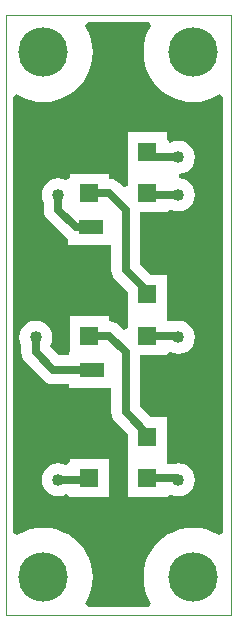
<source format=gtl>
%FSLAX25Y25*%
%MOIN*%
G70*
G01*
G75*
G04 Layer_Physical_Order=1*
G04 Layer_Color=255*
%ADD10R,0.05906X0.05906*%
%ADD11R,0.08000X0.05000*%
%ADD12C,0.02500*%
%ADD13C,0.00100*%
%ADD14C,0.16500*%
%ADD15C,0.04000*%
G36*
X548454Y596177D02*
X548180Y595768D01*
X547223Y593828D01*
X546528Y591780D01*
X546106Y589658D01*
X545965Y587500D01*
X546106Y585342D01*
X546528Y583220D01*
X547223Y581172D01*
X548180Y579232D01*
X549382Y577434D01*
X550808Y575808D01*
X552434Y574382D01*
X554232Y573180D01*
X556172Y572223D01*
X558220Y571528D01*
X560342Y571106D01*
X562500Y570965D01*
X564658Y571106D01*
X566780Y571528D01*
X568828Y572223D01*
X570768Y573180D01*
X571177Y573454D01*
X572500Y572746D01*
Y427254D01*
X571177Y426546D01*
X570768Y426820D01*
X568828Y427777D01*
X566780Y428472D01*
X564658Y428894D01*
X562500Y429035D01*
X560342Y428894D01*
X558220Y428472D01*
X556172Y427777D01*
X554232Y426820D01*
X552434Y425618D01*
X550808Y424192D01*
X549382Y422566D01*
X548180Y420768D01*
X547223Y418828D01*
X546528Y416780D01*
X546106Y414658D01*
X545965Y412500D01*
X546106Y410342D01*
X546528Y408220D01*
X547223Y406172D01*
X548180Y404232D01*
X548454Y403823D01*
X547746Y402500D01*
X527254D01*
X526546Y403823D01*
X526820Y404232D01*
X527777Y406172D01*
X528472Y408220D01*
X528894Y410342D01*
X529035Y412500D01*
X528894Y414658D01*
X528472Y416780D01*
X527777Y418828D01*
X526820Y420768D01*
X525618Y422566D01*
X524192Y424192D01*
X522566Y425618D01*
X520768Y426820D01*
X518828Y427777D01*
X516780Y428472D01*
X514658Y428894D01*
X512500Y429035D01*
X510342Y428894D01*
X508220Y428472D01*
X506172Y427777D01*
X504232Y426820D01*
X503823Y426546D01*
X502500Y427254D01*
Y572746D01*
X503823Y573454D01*
X504232Y573180D01*
X506172Y572223D01*
X508220Y571528D01*
X510342Y571106D01*
X512500Y570965D01*
X514658Y571106D01*
X516780Y571528D01*
X518828Y572223D01*
X520768Y573180D01*
X522566Y574382D01*
X524192Y575808D01*
X525618Y577434D01*
X526820Y579232D01*
X527777Y581172D01*
X528472Y583220D01*
X528894Y585342D01*
X529035Y587500D01*
X528894Y589658D01*
X528472Y591780D01*
X527777Y593828D01*
X526820Y595768D01*
X526546Y596177D01*
X527254Y597500D01*
X547746D01*
X548454Y596177D01*
D02*
G37*
%LPC*%
G36*
X534307Y452063D02*
X521402D01*
Y451274D01*
X520477Y450069D01*
X520154Y449854D01*
X518936Y450358D01*
X517500Y450548D01*
X516064Y450358D01*
X514726Y449804D01*
X513577Y448923D01*
X512696Y447774D01*
X512142Y446436D01*
X511952Y445000D01*
X512142Y443564D01*
X512696Y442226D01*
X513577Y441077D01*
X514726Y440196D01*
X516064Y439642D01*
X517500Y439453D01*
X518936Y439642D01*
X520154Y440146D01*
X521402Y439313D01*
Y439157D01*
X534307D01*
Y452063D01*
D02*
G37*
G36*
X553598Y560843D02*
X540693D01*
Y548124D01*
D01*
X540693Y547937D01*
Y547063D01*
X540693Y547063D01*
X540693Y547063D01*
Y547063D01*
D01*
Y543042D01*
X539307Y542468D01*
X537778Y543998D01*
D01*
X537778Y543998D01*
D01*
D01*
D01*
X537778Y543998D01*
X537778Y543998D01*
X536785Y544759D01*
X536447Y544900D01*
X535630Y545238D01*
X534390Y545401D01*
X534307D01*
Y547063D01*
X521402D01*
Y545687D01*
X520154Y544854D01*
X518936Y545358D01*
X517500Y545547D01*
X516064Y545358D01*
X514726Y544804D01*
X513577Y543923D01*
X512696Y542774D01*
X512142Y541436D01*
X511952Y540000D01*
X512142Y538564D01*
X512696Y537226D01*
X512709Y537209D01*
Y535000D01*
X512709Y535000D01*
X512709Y535000D01*
X512872Y533760D01*
X513211Y532943D01*
X513351Y532605D01*
X514112Y531612D01*
Y531612D01*
D01*
D01*
X514112Y531612D01*
Y531612D01*
X514112Y531612D01*
X519912Y525812D01*
Y525812D01*
X519912D01*
X519912Y525812D01*
X519912D01*
D01*
D01*
D01*
Y525812D01*
X519912Y525812D01*
D01*
X520800Y525131D01*
Y523200D01*
X535209D01*
Y515000D01*
X535372Y513760D01*
X535711Y512943D01*
X535851Y512605D01*
X536612Y511612D01*
X540693Y507532D01*
Y500624D01*
D01*
D01*
D01*
X540693Y500624D01*
X540693D01*
X540693Y500437D01*
Y499563D01*
X540693Y499563D01*
X540693Y499563D01*
Y499563D01*
D01*
Y495542D01*
X539307Y494968D01*
X537778Y496498D01*
X536785Y497259D01*
X536447Y497400D01*
X535630Y497738D01*
X534390Y497901D01*
X534307D01*
Y499563D01*
X521402D01*
Y487700D01*
X521100D01*
Y486491D01*
X517785D01*
X514791Y489485D01*
Y489709D01*
X514804Y489726D01*
X515358Y491064D01*
X515548Y492500D01*
X515358Y493936D01*
X514804Y495274D01*
X513923Y496423D01*
X512774Y497304D01*
X511436Y497858D01*
X510000Y498047D01*
X508564Y497858D01*
X507226Y497304D01*
X506077Y496423D01*
X505196Y495274D01*
X504642Y493936D01*
X504453Y492500D01*
X504642Y491064D01*
X505196Y489726D01*
X505209Y489709D01*
Y487500D01*
X505209Y487500D01*
X505209D01*
X505372Y486260D01*
X505711Y485443D01*
X505851Y485105D01*
X506612Y484112D01*
Y484112D01*
D01*
D01*
X506612Y484112D01*
Y484112D01*
X506612Y484112D01*
X512412Y478312D01*
X513405Y477551D01*
X513743Y477411D01*
X514560Y477072D01*
X515800Y476909D01*
X521100D01*
Y475700D01*
X535209D01*
Y467500D01*
X535209Y467500D01*
X535209D01*
X535372Y466260D01*
X535711Y465443D01*
X535851Y465104D01*
X536612Y464112D01*
Y464112D01*
D01*
D01*
X536612Y464112D01*
Y464112D01*
X536612Y464112D01*
X540693Y460032D01*
Y453124D01*
D01*
X540693Y452937D01*
Y452063D01*
X540693Y452063D01*
X540693Y452063D01*
Y452063D01*
D01*
Y439157D01*
X553598D01*
Y439313D01*
X554846Y440146D01*
X556064Y439642D01*
X557500Y439453D01*
X558936Y439642D01*
X560274Y440196D01*
X561423Y441077D01*
X562304Y442226D01*
X562858Y443564D01*
X563048Y445000D01*
X562858Y446436D01*
X562304Y447774D01*
X561423Y448923D01*
X560274Y449804D01*
X558936Y450358D01*
X557500Y450548D01*
X556389Y450401D01*
X553598D01*
Y451876D01*
X553598Y451876D01*
D01*
D01*
D01*
D01*
D01*
D01*
Y451876D01*
D01*
X553598Y452063D01*
Y452243D01*
Y452500D01*
Y452628D01*
Y452937D01*
X553598Y453072D01*
X553598Y453124D01*
X553598Y453124D01*
D01*
X553598Y453124D01*
Y465842D01*
X548433D01*
X544791Y469485D01*
Y486657D01*
X553598D01*
Y486813D01*
X554846Y487646D01*
X556064Y487142D01*
X557500Y486952D01*
X558936Y487142D01*
X560274Y487696D01*
X561423Y488577D01*
X562304Y489726D01*
X562858Y491064D01*
X563048Y492500D01*
X562858Y493936D01*
X562304Y495274D01*
X561423Y496423D01*
X560274Y497304D01*
X558936Y497858D01*
X557500Y498047D01*
X556389Y497901D01*
X553598D01*
Y499376D01*
X553598Y499376D01*
D01*
D01*
D01*
D01*
D01*
D01*
Y499376D01*
D01*
X553598Y499563D01*
Y499743D01*
Y500000D01*
Y500128D01*
Y500437D01*
X553598Y500572D01*
X553598Y500624D01*
X553598Y500624D01*
D01*
X553598Y500624D01*
Y513343D01*
X548433D01*
X544791Y516985D01*
Y534158D01*
X553598D01*
Y534313D01*
X554846Y535146D01*
X556064Y534642D01*
X557500Y534452D01*
X558936Y534642D01*
X560274Y535196D01*
X561423Y536077D01*
X562304Y537226D01*
X562858Y538564D01*
X563048Y540000D01*
X562858Y541436D01*
X562304Y542774D01*
X561423Y543923D01*
X560274Y544804D01*
X558936Y545358D01*
X557861Y545500D01*
Y547000D01*
X558936Y547142D01*
X560274Y547696D01*
X561423Y548577D01*
X562304Y549726D01*
X562858Y551064D01*
X563048Y552500D01*
X562858Y553936D01*
X562304Y555274D01*
X561423Y556423D01*
X560274Y557304D01*
X558936Y557858D01*
X557500Y558047D01*
X556064Y557858D01*
X554846Y557354D01*
X554523Y557569D01*
X553598Y558774D01*
Y560843D01*
D02*
G37*
%LPD*%
D10*
X547146Y554390D02*
D03*
Y540610D02*
D03*
X527854Y554390D02*
D03*
Y540610D02*
D03*
X547146Y506890D02*
D03*
Y493110D02*
D03*
X527854Y506890D02*
D03*
Y493110D02*
D03*
X547146Y459390D02*
D03*
Y445610D02*
D03*
X527854Y459390D02*
D03*
Y445610D02*
D03*
D11*
X528300Y529200D02*
D03*
Y518200D02*
D03*
X528600Y481700D02*
D03*
Y470700D02*
D03*
D12*
X547146Y506890D02*
Y507854D01*
X540000Y515000D02*
X547146Y507854D01*
X534390Y540610D02*
X540000Y535000D01*
X527854Y540610D02*
X534390D01*
X540000Y515000D02*
Y535000D01*
Y467500D02*
Y487500D01*
X527854Y493110D02*
X534390D01*
X540000Y487500D01*
Y467500D02*
X547146Y460354D01*
X528600Y460135D02*
Y470700D01*
X527854Y459390D02*
X528600Y460135D01*
X528300Y507335D02*
Y518200D01*
X527854Y506890D02*
X528300Y507335D01*
X515800Y481700D02*
X528600D01*
X510000Y487500D02*
Y492500D01*
Y487500D02*
X515800Y481700D01*
X514390Y459390D02*
X527854D01*
X510000Y455000D02*
X514390Y459390D01*
X510000Y440000D02*
X515000Y435000D01*
X560000D01*
X565000Y440000D01*
X510000D02*
Y455000D01*
X532500Y565000D02*
X557500D01*
X527854Y554390D02*
Y560354D01*
X565000Y440000D02*
Y557500D01*
X557500Y565000D02*
X565000Y557500D01*
X527854Y560354D02*
X532500Y565000D01*
X523300Y529200D02*
X528300D01*
X517500Y535000D02*
X523300Y529200D01*
X517500Y535000D02*
Y540000D01*
X518110Y506890D02*
X527854D01*
X512500Y510000D02*
X518110Y506890D01*
X517500Y445000D02*
X527244D01*
X527854Y445610D01*
X547146D02*
X556890D01*
X557500Y445000D01*
X547756Y540000D02*
X557500D01*
X547146Y540610D02*
X547756Y540000D01*
X549035Y552500D02*
X557500D01*
X547146Y554390D02*
X549035Y552500D01*
X516890Y554390D02*
X527854D01*
X519300Y518200D02*
X528300D01*
X510000Y527500D02*
X519300Y518200D01*
X510000Y527500D02*
Y547500D01*
X516890Y554390D01*
X547146Y493110D02*
X556890D01*
X557500Y492500D01*
D13*
X500000Y400000D02*
Y600000D01*
Y400000D02*
X575000D01*
Y600000D01*
X500000D02*
X575000D01*
D14*
X512500Y587500D02*
D03*
X562500D02*
D03*
X512500Y412500D02*
D03*
X562500D02*
D03*
D15*
X557500Y552500D02*
D03*
Y540000D02*
D03*
X517500Y445000D02*
D03*
X557500D02*
D03*
X512500Y510000D02*
D03*
X517500Y540000D02*
D03*
X510000Y492500D02*
D03*
X557500D02*
D03*
M02*

</source>
